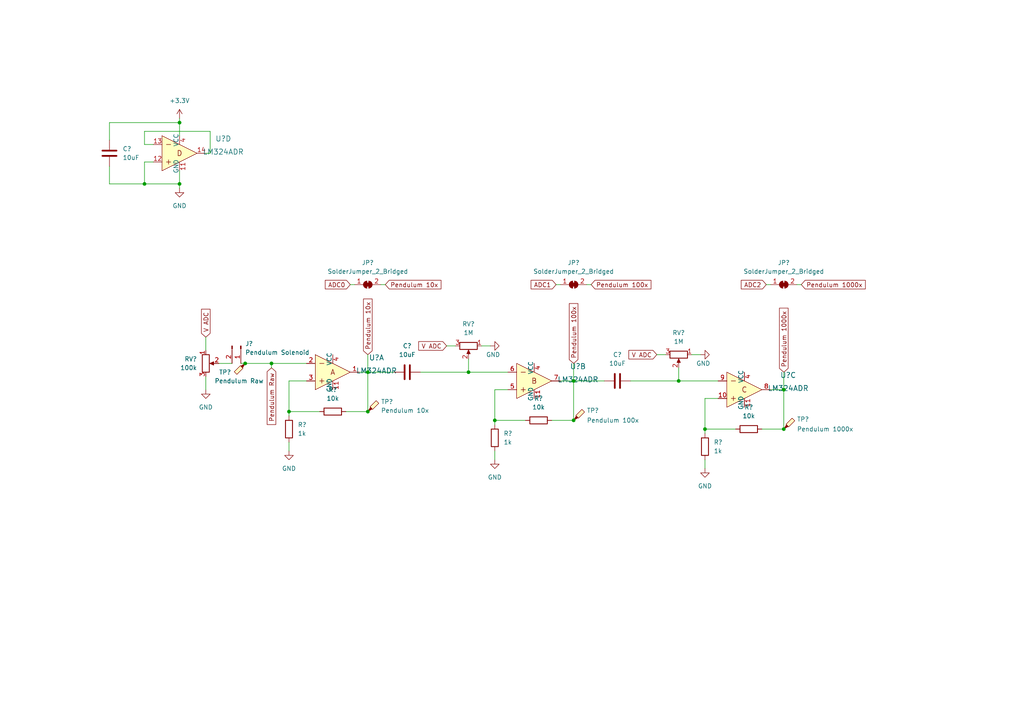
<source format=kicad_sch>
(kicad_sch (version 20211123) (generator eeschema)
  (paper "A4")
  (lib_symbols
    (symbol "Connector:Conn_01x02_Male" (pin_names (offset 1.016) hide)
      (property "Reference" "J" (at 0 2.54 0))
      (property "Value" "Conn_01x02_Male" (at 0 -5.08 0))
      (symbol "Conn_01x02_Male_1_1"
        (polyline (pts (xy 1.27 -2.54) (xy 0.8636 -2.54)) (stroke (width 0.1524)))
        (polyline (pts (xy 1.27 0) (xy 0.8636 0)) (stroke (width 0.1524)))
        (rectangle (start 0.8636 -2.413) (end 0 -2.667) (stroke (width 0.1524)) (fill (type outline)))
        (rectangle (start 0.8636 0.127) (end 0 -0.127) (stroke (width 0.1524)) (fill (type outline)))
        (pin passive line (at 5.08 0 180) (length 3.81) (name "Pin_1") (number "1"))
        (pin passive line (at 5.08 -2.54 180) (length 3.81) (name "Pin_2") (number "2"))
      )
    )
    (symbol "Connector:TestPoint_Probe" (pin_numbers hide) (pin_names (offset 0.762) hide)
      (property "Reference" "TP" (at 1.651 5.842 0))
      (property "Value" "TestPoint_Probe" (at 1.651 4.064 0))
      (symbol "TestPoint_Probe_0_1"
        (polyline (pts (xy 1.27 0.762) (xy 0 0) (xy 0.762 1.27) (xy 1.27 0.762)) (fill (type outline)))
        (polyline (pts (xy 1.397 0.635) (xy 0.635 1.397) (xy 2.413 3.175) (xy 3.175 2.413) (xy 1.397 0.635)) (fill (type background)))
      )
      (symbol "TestPoint_Probe_1_1"
        (pin passive line (at 0 0 90) (length 0) (name "1") (number "1"))
      )
    )
    (symbol "Device:C" (pin_numbers hide) (pin_names (offset 0.254))
      (property "Reference" "C" (at 0.635 2.54 0))
      (property "Value" "C" (at 0.635 -2.54 0))
      (symbol "C_0_1"
        (polyline (pts (xy -2.032 -0.762) (xy 2.032 -0.762)) (stroke (width 0.508)))
        (polyline (pts (xy -2.032 0.762) (xy 2.032 0.762)) (stroke (width 0.508)))
      )
      (symbol "C_1_1"
        (pin passive line (at 0 3.81 270) (length 2.794) (name "~") (number "1"))
        (pin passive line (at 0 -3.81 90) (length 2.794) (name "~") (number "2"))
      )
    )
    (symbol "Device:R" (pin_numbers hide) (pin_names (offset 0))
      (property "Reference" "R" (at 2.032 0 90))
      (property "Value" "R" (at 0 0 90))
      (symbol "R_0_1"
        (rectangle (start -1.016 -2.54) (end 1.016 2.54) (stroke (width 0.254)))
      )
      (symbol "R_1_1"
        (pin passive line (at 0 3.81 270) (length 1.27) (name "~") (number "1"))
        (pin passive line (at 0 -3.81 90) (length 1.27) (name "~") (number "2"))
      )
    )
    (symbol "Device:R_Potentiometer" (pin_names (offset 1.016) hide)
      (property "Reference" "RV" (at -4.445 0 90))
      (property "Value" "R_Potentiometer" (at -2.54 0 90))
      (symbol "R_Potentiometer_0_1"
        (polyline (pts (xy 2.54 0) (xy 1.524 0)))
        (polyline (pts (xy 1.143 0) (xy 2.286 0.508) (xy 2.286 -0.508) (xy 1.143 0)) (fill (type outline)))
        (rectangle (start 1.016 2.54) (end -1.016 -2.54) (stroke (width 0.254)))
      )
      (symbol "R_Potentiometer_1_1"
        (pin passive line (at 0 3.81 270) (length 1.27) (name "1") (number "1"))
        (pin passive line (at 3.81 0 180) (length 1.27) (name "2") (number "2"))
        (pin passive line (at 0 -3.81 90) (length 1.27) (name "3") (number "3"))
      )
    )
    (symbol "Jumper:SolderJumper_2_Bridged" (pin_names (offset 0) hide)
      (property "Reference" "JP" (at 0 2.032 0))
      (property "Value" "SolderJumper_2_Bridged" (at 0 -2.54 0))
      (symbol "SolderJumper_2_Bridged_0_1"
        (rectangle (start -0.508 0.508) (end 0.508 -0.508) (fill (type outline)))
        (arc (start -0.254 1.016) (mid -1.27 0) (end -0.254 -1.016))
        (arc (start -0.254 1.016) (mid -1.27 0) (end -0.254 -1.016) (fill (type outline)))
        (polyline (pts (xy -0.254 1.016) (xy -0.254 -1.016)))
        (polyline (pts (xy 0.254 1.016) (xy 0.254 -1.016)))
        (arc (start 0.254 -1.016) (mid 1.27 0) (end 0.254 1.016))
        (arc (start 0.254 -1.016) (mid 1.27 0) (end 0.254 1.016) (fill (type outline)))
      )
      (symbol "SolderJumper_2_Bridged_1_1"
        (pin passive line (at -3.81 0 0) (length 2.54) (name "A") (number "1"))
        (pin passive line (at 3.81 0 180) (length 2.54) (name "B") (number "2"))
      )
    )
    (symbol "dk_Linear-Amplifiers-Instrumentation-OP-Amps-Buffer-Amps:LM324ADR" (pin_names (offset 0))
      (property "Reference" "U" (at -5.08 6.35 0))
      (property "Value" "LM324ADR" (at 5.08 -5.08 0))
      (symbol "LM324ADR_0_0"
        (polyline (pts (xy -3.81 -2.54) (xy -2.54 -2.54)))
        (polyline (pts (xy -3.81 2.54) (xy -2.54 2.54)))
        (polyline (pts (xy -3.175 -1.905) (xy -3.175 -3.175)))
        (polyline (pts (xy -5.08 5.08) (xy -5.08 -5.08) (xy 5.08 0) (xy -5.08 5.08)) (fill (type background)))
      )
      (symbol "LM324ADR_1_0"
        (text "A" (at 0 0 0) (effects (font (size 1.524 1.524))))
      )
      (symbol "LM324ADR_1_1"
        (pin output line (at 7.62 0 180) (length 2.54) (name "~") (number "1"))
        (pin power_in line (at 0 -5.08 90) (length 2.54) (name "GND") (number "11"))
        (pin input line (at -7.62 2.54 0) (length 2.54) (name "~") (number "2"))
        (pin input line (at -7.62 -2.54 0) (length 2.54) (name "~") (number "3"))
        (pin power_in line (at 0 5.08 270) (length 2.54) (name "VCC") (number "4"))
      )
      (symbol "LM324ADR_2_0"
        (text "B" (at 0 0 0) (effects (font (size 1.524 1.524))))
      )
      (symbol "LM324ADR_2_1"
        (pin power_in line (at 0 -5.08 90) (length 2.54) (name "GND") (number "11"))
        (pin power_in line (at 0 5.08 270) (length 2.54) (name "VCC") (number "4"))
        (pin input line (at -7.62 -2.54 0) (length 2.54) (name "~") (number "5"))
        (pin input line (at -7.62 2.54 0) (length 2.54) (name "~") (number "6"))
        (pin output line (at 7.62 0 180) (length 2.54) (name "~") (number "7"))
      )
      (symbol "LM324ADR_3_0"
        (text "C" (at 0 0 0) (effects (font (size 1.524 1.524))))
      )
      (symbol "LM324ADR_3_1"
        (pin input line (at -7.62 -2.54 0) (length 2.54) (name "~") (number "10"))
        (pin power_in line (at 0 -5.08 90) (length 2.54) (name "GND") (number "11"))
        (pin power_in line (at 0 5.08 270) (length 2.54) (name "VCC") (number "4"))
        (pin output line (at 7.62 0 180) (length 2.54) (name "~") (number "8"))
        (pin input line (at -7.62 2.54 0) (length 2.54) (name "~") (number "9"))
      )
      (symbol "LM324ADR_4_0"
        (text "D" (at 0 0 0) (effects (font (size 1.524 1.524))))
      )
      (symbol "LM324ADR_4_1"
        (pin power_in line (at 0 -5.08 90) (length 2.54) (name "GND") (number "11"))
        (pin input line (at -7.62 -2.54 0) (length 2.54) (name "~") (number "12"))
        (pin input line (at -7.62 2.54 0) (length 2.54) (name "~") (number "13"))
        (pin output line (at 7.62 0 180) (length 2.54) (name "~") (number "14"))
        (pin power_in line (at 0 5.08 270) (length 2.54) (name "VCC") (number "4"))
      )
    )
    (symbol "power:+3.3V" (power) (pin_names (offset 0))
      (property "Value" "+3.3V" (at 0 3.556 0))
      (symbol "+3.3V_0_1"
        (polyline (pts (xy -0.762 1.27) (xy 0 2.54)))
        (polyline (pts (xy 0 0) (xy 0 2.54)))
        (polyline (pts (xy 0 2.54) (xy 0.762 1.27)))
      )
      (symbol "+3.3V_1_1"
        (pin power_in line (at 0 0 90) (length 0) hide (name "+3.3V") (number "1"))
      )
    )
    (symbol "power:GND" (power) (pin_names (offset 0))
      (property "Value" "GND" (at 0 -3.81 0))
      (symbol "GND_0_1"
        (polyline (pts (xy 0 0) (xy 0 -1.27) (xy 1.27 -1.27) (xy 0 -2.54) (xy -1.27 -1.27) (xy 0 -1.27)))
      )
      (symbol "GND_1_1"
        (pin power_in line (at 0 0 270) (length 0) hide (name "GND") (number "1"))
      )
    )
  )
  (junction (at 166.37 121.92))
  (junction (at 106.68 107.95))
  (junction (at 83.82 119.38))
  (junction (at 166.37 110.49))
  (junction (at 78.74 105.41))
  (junction (at 227.33 113.03))
  (junction (at 41.91 53.34))
  (junction (at 204.47 124.46))
  (junction (at 52.07 35.56))
  (junction (at 143.51 121.92))
  (junction (at 52.07 53.34))
  (junction (at 71.12 105.41))
  (junction (at 196.85 110.49))
  (junction (at 106.68 119.38))
  (junction (at 135.89 107.95))
  (junction (at 227.33 124.46))
  (wire (pts (xy 106.68 119.38) (xy 100.33 119.38)))
  (wire (pts (xy 143.51 113.03) (xy 147.32 113.03)))
  (wire (pts (xy 161.29 82.55) (xy 162.56 82.55)))
  (wire (pts (xy 69.85 105.41) (xy 71.12 105.41)))
  (wire (pts (xy 59.69 109.22) (xy 59.69 113.03)))
  (wire (pts (xy 71.12 105.41) (xy 78.74 105.41)))
  (wire (pts (xy 166.37 121.92) (xy 160.02 121.92)))
  (wire (pts (xy 166.37 110.49) (xy 166.37 121.92)))
  (wire (pts (xy 110.49 82.55) (xy 111.76 82.55)))
  (wire (pts (xy 196.85 106.68) (xy 196.85 110.49)))
  (wire (pts (xy 227.33 124.46) (xy 220.98 124.46)))
  (wire (pts (xy 223.52 113.03) (xy 227.33 113.03)))
  (wire (pts (xy 83.82 110.49) (xy 83.82 119.38)))
  (wire (pts (xy 204.47 115.57) (xy 208.28 115.57)))
  (wire (pts (xy 31.75 48.26) (xy 31.75 53.34)))
  (wire (pts (xy 143.51 121.92) (xy 143.51 123.19)))
  (wire (pts (xy 204.47 124.46) (xy 204.47 125.73)))
  (wire (pts (xy 83.82 119.38) (xy 83.82 120.65)))
  (wire (pts (xy 41.91 38.1) (xy 41.91 41.91)))
  (wire (pts (xy 200.66 102.87) (xy 203.2 102.87)))
  (wire (pts (xy 104.14 107.95) (xy 106.68 107.95)))
  (wire (pts (xy 143.51 113.03) (xy 143.51 121.92)))
  (wire (pts (xy 59.69 97.79) (xy 59.69 101.6)))
  (wire (pts (xy 162.56 110.49) (xy 166.37 110.49)))
  (wire (pts (xy 52.07 35.56) (xy 52.07 39.37)))
  (wire (pts (xy 41.91 46.99) (xy 41.91 53.34)))
  (wire (pts (xy 190.5 102.87) (xy 193.04 102.87)))
  (wire (pts (xy 143.51 130.81) (xy 143.51 133.35)))
  (wire (pts (xy 204.47 133.35) (xy 204.47 135.89)))
  (wire (pts (xy 231.14 82.55) (xy 232.41 82.55)))
  (wire (pts (xy 182.88 110.49) (xy 196.85 110.49)))
  (wire (pts (xy 52.07 49.53) (xy 52.07 53.34)))
  (wire (pts (xy 41.91 53.34) (xy 52.07 53.34)))
  (wire (pts (xy 78.74 105.41) (xy 78.74 106.68)))
  (wire (pts (xy 101.6 82.55) (xy 102.87 82.55)))
  (wire (pts (xy 52.07 53.34) (xy 52.07 54.61)))
  (wire (pts (xy 60.96 44.45) (xy 60.96 38.1)))
  (wire (pts (xy 170.18 82.55) (xy 171.45 82.55)))
  (wire (pts (xy 78.74 105.41) (xy 88.9 105.41)))
  (wire (pts (xy 152.4 121.92) (xy 143.51 121.92)))
  (wire (pts (xy 41.91 41.91) (xy 44.45 41.91)))
  (wire (pts (xy 31.75 35.56) (xy 52.07 35.56)))
  (wire (pts (xy 121.92 107.95) (xy 135.89 107.95)))
  (wire (pts (xy 135.89 107.95) (xy 147.32 107.95)))
  (wire (pts (xy 31.75 40.64) (xy 31.75 35.56)))
  (wire (pts (xy 92.71 119.38) (xy 83.82 119.38)))
  (wire (pts (xy 175.26 110.49) (xy 166.37 110.49)))
  (wire (pts (xy 129.54 100.33) (xy 132.08 100.33)))
  (wire (pts (xy 83.82 128.27) (xy 83.82 130.81)))
  (wire (pts (xy 135.89 104.14) (xy 135.89 107.95)))
  (wire (pts (xy 213.36 124.46) (xy 204.47 124.46)))
  (wire (pts (xy 83.82 110.49) (xy 88.9 110.49)))
  (wire (pts (xy 52.07 34.29) (xy 52.07 35.56)))
  (wire (pts (xy 166.37 105.41) (xy 166.37 110.49)))
  (wire (pts (xy 196.85 110.49) (xy 208.28 110.49)))
  (wire (pts (xy 222.25 82.55) (xy 223.52 82.55)))
  (wire (pts (xy 227.33 107.95) (xy 227.33 113.03)))
  (wire (pts (xy 63.5 105.41) (xy 67.31 105.41)))
  (wire (pts (xy 106.68 107.95) (xy 114.3 107.95)))
  (wire (pts (xy 204.47 115.57) (xy 204.47 124.46)))
  (wire (pts (xy 44.45 46.99) (xy 41.91 46.99)))
  (wire (pts (xy 31.75 53.34) (xy 41.91 53.34)))
  (wire (pts (xy 60.96 38.1) (xy 41.91 38.1)))
  (wire (pts (xy 106.68 102.87) (xy 106.68 107.95)))
  (wire (pts (xy 59.69 44.45) (xy 60.96 44.45)))
  (wire (pts (xy 106.68 107.95) (xy 106.68 119.38)))
  (wire (pts (xy 227.33 113.03) (xy 227.33 124.46)))
  (wire (pts (xy 139.7 100.33) (xy 142.24 100.33)))
  (global_label "Pendulum 100x" (shape input) (at 166.37 105.41 90) (property "Intersheet References" "${INTERSHEET_REFS}" (effects hide)))
  (global_label "Pendulum 10x" (shape input) (at 106.68 102.87 90) (property "Intersheet References" "${INTERSHEET_REFS}" (effects hide)))
  (global_label "V ADC" (shape input) (at 190.5 102.87 180) (property "Intersheet References" "${INTERSHEET_REFS}" (effects hide)))
  (global_label "Pendulum 100x" (shape input) (at 171.45 82.55 0) (property "Intersheet References" "${INTERSHEET_REFS}" (effects hide)))
  (global_label "Pendulum 1000x" (shape input) (at 232.41 82.55 0) (property "Intersheet References" "${INTERSHEET_REFS}" (effects hide)))
  (global_label "ADC0" (shape input) (at 101.6 82.55 180) (property "Intersheet References" "${INTERSHEET_REFS}" (effects hide)))
  (global_label "ADC1" (shape input) (at 161.29 82.55 180) (property "Intersheet References" "${INTERSHEET_REFS}" (effects hide)))
  (global_label "ADC2" (shape input) (at 222.25 82.55 180) (property "Intersheet References" "${INTERSHEET_REFS}" (effects hide)))
  (global_label "Pendulum Raw" (shape input) (at 78.74 106.68 270) (property "Intersheet References" "${INTERSHEET_REFS}" (effects hide)))
  (global_label "Pendulum 1000x" (shape input) (at 227.33 107.95 90) (property "Intersheet References" "${INTERSHEET_REFS}" (effects hide)))
  (global_label "Pendulum 10x" (shape input) (at 111.76 82.55 0) (property "Intersheet References" "${INTERSHEET_REFS}" (effects hide)))
  (global_label "V ADC" (shape input) (at 59.69 97.79 90) (property "Intersheet References" "${INTERSHEET_REFS}" (effects hide)))
  (global_label "V ADC" (shape input) (at 129.54 100.33 180) (property "Intersheet References" "${INTERSHEET_REFS}" (effects hide)))
  (symbol (lib_id "Device:R") (at 96.52 119.38 90) (unit 1)
    (property "Reference" "R?" (at 96.52 113.03 90))
    (property "Value" "10k" (at 96.52 115.57 90))
  )
  (symbol (lib_id "Device:R_Potentiometer") (at 196.85 102.87 270) (unit 1)
    (property "Reference" "RV?" (at 196.85 96.52 90))
    (property "Value" "1M" (at 196.85 99.06 90))
  )
  (symbol (lib_id "Device:C") (at 179.07 110.49 90) (unit 1)
    (property "Reference" "C?" (at 179.07 102.87 90))
    (property "Value" "10uF" (at 179.07 105.41 90))
  )
  (symbol (lib_id "Connector:TestPoint_Probe") (at 71.12 105.41 180) (unit 1)
    (property "Reference" "TP?" (at 63.5 107.95 0) (effects (justify right)))
    (property "Value" "Pendulum Raw" (at 62.23 110.49 0) (effects (justify right)))
  )
  (symbol (lib_id "dk_Linear-Amplifiers-Instrumentation-OP-Amps-Buffer-Amps:LM324ADR") (at 215.9 113.03 0) (unit 3)
    (property "Reference" "U?" (at 228.6 108.8137 0) (effects (font (size 1.524 1.524))))
    (property "Value" "LM324ADR" (at 228.6 112.6237 0) (effects (font (size 1.524 1.524))))
    (property "Footprint" "digikey-footprints:SOIC-14_W3.9mm" (effects hide))
    (property "Datasheet" "http://www.ti.com/general/docs/suppproductinfo.tsp?distId=10&gotoUrl=http%3A%2F%2Fwww.ti.com%2Flit%2Fgpn%2Flm224" (effects hide))
    (property "Digi-Key_PN" "296-9540-1-ND" (effects hide))
    (property "MPN" "LM324ADR" (effects hide))
    (property "Category" "Integrated Circuits (ICs)" (effects hide))
    (property "Family" "Linear - Amplifiers - Instrumentation, OP Amps, Buffer Amps" (effects hide))
    (property "DK_Datasheet_Link" "http://www.ti.com/general/docs/suppproductinfo.tsp?distId=10&gotoUrl=http%3A%2F%2Fwww.ti.com%2Flit%2Fgpn%2Flm224" (effects hide))
    (property "DK_Detail_Page" "/product-detail/en/texas-instruments/LM324ADR/296-9540-1-ND/405286" (effects hide))
    (property "Description" "IC OPAMP GP 4 CIRCUIT 14SOIC" (effects hide))
    (property "Manufacturer" "Texas Instruments" (effects hide))
    (property "Status" "Active" (effects hide))
  )
  (symbol (lib_id "dk_Linear-Amplifiers-Instrumentation-OP-Amps-Buffer-Amps:LM324ADR") (at 154.94 110.49 0) (unit 2)
    (property "Reference" "U?" (at 167.64 106.2737 0) (effects (font (size 1.524 1.524))))
    (property "Value" "LM324ADR" (at 167.64 110.0837 0) (effects (font (size 1.524 1.524))))
    (property "Footprint" "digikey-footprints:SOIC-14_W3.9mm" (effects hide))
    (property "Datasheet" "http://www.ti.com/general/docs/suppproductinfo.tsp?distId=10&gotoUrl=http%3A%2F%2Fwww.ti.com%2Flit%2Fgpn%2Flm224" (effects hide))
    (property "Digi-Key_PN" "296-9540-1-ND" (effects hide))
    (property "MPN" "LM324ADR" (effects hide))
    (property "Category" "Integrated Circuits (ICs)" (effects hide))
    (property "Family" "Linear - Amplifiers - Instrumentation, OP Amps, Buffer Amps" (effects hide))
    (property "DK_Datasheet_Link" "http://www.ti.com/general/docs/suppproductinfo.tsp?distId=10&gotoUrl=http%3A%2F%2Fwww.ti.com%2Flit%2Fgpn%2Flm224" (effects hide))
    (property "DK_Detail_Page" "/product-detail/en/texas-instruments/LM324ADR/296-9540-1-ND/405286" (effects hide))
    (property "Description" "IC OPAMP GP 4 CIRCUIT 14SOIC" (effects hide))
    (property "Manufacturer" "Texas Instruments" (effects hide))
    (property "Status" "Active" (effects hide))
  )
  (symbol (lib_id "power:GND") (at 204.47 135.89 0) (unit 1)
    (property "Reference" "#PWR?" (effects hide))
    (property "Value" "GND" (at 204.47 140.97 0))
  )
  (symbol (lib_id "dk_Linear-Amplifiers-Instrumentation-OP-Amps-Buffer-Amps:LM324ADR") (at 96.52 107.95 0) (unit 1)
    (property "Reference" "U?" (at 109.22 103.7337 0) (effects (font (size 1.524 1.524))))
    (property "Value" "LM324ADR" (at 109.22 107.5437 0) (effects (font (size 1.524 1.524))))
    (property "Footprint" "digikey-footprints:SOIC-14_W3.9mm" (effects hide))
    (property "Datasheet" "http://www.ti.com/general/docs/suppproductinfo.tsp?distId=10&gotoUrl=http%3A%2F%2Fwww.ti.com%2Flit%2Fgpn%2Flm224" (effects hide))
    (property "Digi-Key_PN" "296-9540-1-ND" (effects hide))
    (property "MPN" "LM324ADR" (effects hide))
    (property "Category" "Integrated Circuits (ICs)" (effects hide))
    (property "Family" "Linear - Amplifiers - Instrumentation, OP Amps, Buffer Amps" (effects hide))
    (property "DK_Datasheet_Link" "http://www.ti.com/general/docs/suppproductinfo.tsp?distId=10&gotoUrl=http%3A%2F%2Fwww.ti.com%2Flit%2Fgpn%2Flm224" (effects hide))
    (property "DK_Detail_Page" "/product-detail/en/texas-instruments/LM324ADR/296-9540-1-ND/405286" (effects hide))
    (property "Description" "IC OPAMP GP 4 CIRCUIT 14SOIC" (effects hide))
    (property "Manufacturer" "Texas Instruments" (effects hide))
    (property "Status" "Active" (effects hide))
  )
  (symbol (lib_id "power:GND") (at 52.07 54.61 0) (unit 1)
    (property "Reference" "#PWR?" (effects hide))
    (property "Value" "GND" (at 52.07 59.69 0))
  )
  (symbol (lib_id "power:+3.3V") (at 52.07 34.29 0) (unit 1)
    (property "Reference" "#PWR?" (effects hide))
    (property "Value" "+3.3V" (at 52.07 29.21 0))
  )
  (symbol (lib_id "power:GND") (at 203.2 102.87 90) (unit 1)
    (property "Reference" "#PWR?" (effects hide))
    (property "Value" "GND" (at 201.93 105.41 90) (effects (justify right)))
  )
  (symbol (lib_id "power:GND") (at 59.69 113.03 0) (unit 1)
    (property "Reference" "#PWR?" (effects hide))
    (property "Value" "GND" (at 59.69 118.11 0))
  )
  (symbol (lib_id "Connector:TestPoint_Probe") (at 227.33 124.46 0) (unit 1)
    (property "Reference" "TP?" (at 231.14 121.6024 0) (effects (justify left)))
    (property "Value" "Pendulum 1000x" (at 231.14 124.46 0) (effects (justify left)))
  )
  (symbol (lib_id "Device:C") (at 118.11 107.95 90) (unit 1)
    (property "Reference" "C?" (at 118.11 100.33 90))
    (property "Value" "10uF" (at 118.11 102.87 90))
  )
  (symbol (lib_id "power:GND") (at 143.51 133.35 0) (unit 1)
    (property "Reference" "#PWR?" (effects hide))
    (property "Value" "GND" (at 143.51 138.43 0))
  )
  (symbol (lib_id "Connector:Conn_01x02_Male") (at 69.85 100.33 270) (unit 1)
    (property "Reference" "J?" (at 71.12 99.6949 90) (effects (justify left)))
    (property "Value" "Pendulum Solenoid" (at 71.12 102.2349 90) (effects (justify left)))
  )
  (symbol (lib_id "Jumper:SolderJumper_2_Bridged") (at 227.33 82.55 0) (unit 1)
    (property "Reference" "JP?" (at 227.33 76.2 0))
    (property "Value" "SolderJumper_2_Bridged" (at 227.33 78.74 0))
  )
  (symbol (lib_id "Connector:TestPoint_Probe") (at 166.37 121.92 0) (unit 1)
    (property "Reference" "TP?" (at 170.18 119.0624 0) (effects (justify left)))
    (property "Value" "Pendulum 100x" (at 170.18 121.92 0) (effects (justify left)))
  )
  (symbol (lib_id "Device:R") (at 143.51 127 0) (unit 1)
    (property "Reference" "R?" (at 146.05 125.7299 0) (effects (justify left)))
    (property "Value" "1k" (at 146.05 128.2699 0) (effects (justify left)))
  )
  (symbol (lib_id "Jumper:SolderJumper_2_Bridged") (at 166.37 82.55 0) (unit 1)
    (property "Reference" "JP?" (at 166.37 76.2 0))
    (property "Value" "SolderJumper_2_Bridged" (at 166.37 78.74 0))
  )
  (symbol (lib_id "Device:R_Potentiometer") (at 59.69 105.41 0) (unit 1)
    (property "Reference" "RV?" (at 57.15 104.1399 0) (effects (justify right)))
    (property "Value" "100k" (at 57.15 106.6799 0) (effects (justify right)))
  )
  (symbol (lib_id "Device:R") (at 156.21 121.92 90) (unit 1)
    (property "Reference" "R?" (at 156.21 115.57 90))
    (property "Value" "10k" (at 156.21 118.11 90))
  )
  (symbol (lib_id "Connector:TestPoint_Probe") (at 106.68 119.38 0) (unit 1)
    (property "Reference" "TP?" (at 110.49 116.5224 0) (effects (justify left)))
    (property "Value" "Pendulum 10x" (at 110.49 119.0624 0) (effects (justify left)))
  )
  (symbol (lib_id "power:GND") (at 142.24 100.33 90) (unit 1)
    (property "Reference" "#PWR?" (effects hide))
    (property "Value" "GND" (at 140.97 102.87 90) (effects (justify right)))
  )
  (symbol (lib_id "Device:R") (at 217.17 124.46 90) (unit 1)
    (property "Reference" "R?" (at 217.17 118.11 90))
    (property "Value" "10k" (at 217.17 120.65 90))
  )
  (symbol (lib_id "power:GND") (at 83.82 130.81 0) (unit 1)
    (property "Reference" "#PWR?" (effects hide))
    (property "Value" "GND" (at 83.82 135.89 0))
  )
  (symbol (lib_id "Device:R_Potentiometer") (at 135.89 100.33 270) (unit 1)
    (property "Reference" "RV?" (at 135.89 93.98 90))
    (property "Value" "1M" (at 135.89 96.52 90))
  )
  (symbol (lib_id "Device:R") (at 83.82 124.46 0) (unit 1)
    (property "Reference" "R?" (at 86.36 123.1899 0) (effects (justify left)))
    (property "Value" "1k" (at 86.36 125.7299 0) (effects (justify left)))
  )
  (symbol (lib_id "Device:C") (at 31.75 44.45 0) (unit 1)
    (property "Reference" "C?" (at 35.56 43.1799 0) (effects (justify left)))
    (property "Value" "10uF" (at 35.56 45.7199 0) (effects (justify left)))
  )
  (symbol (lib_id "Jumper:SolderJumper_2_Bridged") (at 106.68 82.55 0) (unit 1)
    (property "Reference" "JP?" (at 106.68 76.2 0))
    (property "Value" "SolderJumper_2_Bridged" (at 106.68 78.74 0))
  )
  (symbol (lib_id "Device:R") (at 204.47 129.54 0) (unit 1)
    (property "Reference" "R?" (at 207.01 128.2699 0) (effects (justify left)))
    (property "Value" "1k" (at 207.01 130.8099 0) (effects (justify left)))
  )
  (symbol (lib_id "dk_Linear-Amplifiers-Instrumentation-OP-Amps-Buffer-Amps:LM324ADR") (at 52.07 44.45 0) (unit 4)
    (property "Reference" "U?" (at 64.77 40.2337 0) (effects (font (size 1.524 1.524))))
    (property "Value" "LM324ADR" (at 64.77 44.0437 0) (effects (font (size 1.524 1.524))))
    (property "Footprint" "digikey-footprints:SOIC-14_W3.9mm" (effects hide))
    (property "Datasheet" "http://www.ti.com/general/docs/suppproductinfo.tsp?distId=10&gotoUrl=http%3A%2F%2Fwww.ti.com%2Flit%2Fgpn%2Flm224" (effects hide))
    (property "Digi-Key_PN" "296-9540-1-ND" (effects hide))
    (property "MPN" "LM324ADR" (effects hide))
    (property "Category" "Integrated Circuits (ICs)" (effects hide))
    (property "Family" "Linear - Amplifiers - Instrumentation, OP Amps, Buffer Amps" (effects hide))
    (property "DK_Datasheet_Link" "http://www.ti.com/general/docs/suppproductinfo.tsp?distId=10&gotoUrl=http%3A%2F%2Fwww.ti.com%2Flit%2Fgpn%2Flm224" (effects hide))
    (property "DK_Detail_Page" "/product-detail/en/texas-instruments/LM324ADR/296-9540-1-ND/405286" (effects hide))
    (property "Description" "IC OPAMP GP 4 CIRCUIT 14SOIC" (effects hide))
    (property "Manufacturer" "Texas Instruments" (effects hide))
    (property "Status" "Active" (effects hide))
  )
)
</source>
